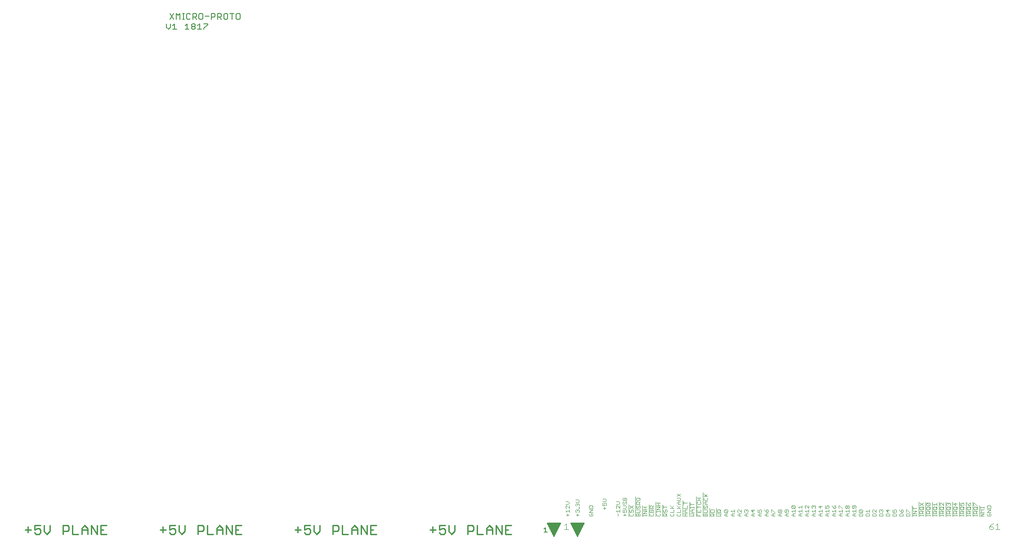
<source format=gto>
G75*
G70*
%OFA0B0*%
%FSLAX24Y24*%
%IPPOS*%
%LPD*%
%AMOC8*
5,1,8,0,0,1.08239X$1,22.5*
%
%ADD10C,0.0110*%
%ADD11C,0.0080*%
%ADD12C,0.0040*%
%ADD13C,0.0050*%
D10*
X004452Y003888D02*
X004452Y004322D01*
X004235Y004105D02*
X004669Y004105D01*
X004935Y004105D02*
X004935Y004431D01*
X005369Y004431D01*
X005260Y004214D02*
X005369Y004105D01*
X005369Y003888D01*
X005260Y003780D01*
X005043Y003780D01*
X004935Y003888D01*
X004935Y004105D02*
X005152Y004214D01*
X005260Y004214D01*
X005635Y004431D02*
X005635Y003997D01*
X005851Y003780D01*
X006068Y003997D01*
X006068Y004431D01*
X007034Y004431D02*
X007359Y004431D01*
X007468Y004322D01*
X007468Y004105D01*
X007359Y003997D01*
X007034Y003997D01*
X007034Y003780D02*
X007034Y004431D01*
X007734Y004431D02*
X007734Y003780D01*
X008168Y003780D01*
X008434Y003780D02*
X008434Y004214D01*
X008651Y004431D01*
X008867Y004214D01*
X008867Y003780D01*
X009134Y003780D02*
X009134Y004431D01*
X009567Y003780D01*
X009567Y004431D01*
X009833Y004431D02*
X009833Y003780D01*
X010267Y003780D01*
X010050Y004105D02*
X009833Y004105D01*
X009833Y004431D02*
X010267Y004431D01*
X008867Y004105D02*
X008434Y004105D01*
X014235Y004105D02*
X014669Y004105D01*
X014935Y004105D02*
X015152Y004214D01*
X015260Y004214D01*
X015369Y004105D01*
X015369Y003888D01*
X015260Y003780D01*
X015043Y003780D01*
X014935Y003888D01*
X014935Y004105D02*
X014935Y004431D01*
X015369Y004431D01*
X015635Y004431D02*
X015635Y003997D01*
X015851Y003780D01*
X016068Y003997D01*
X016068Y004431D01*
X017034Y004431D02*
X017034Y003780D01*
X017034Y003997D02*
X017359Y003997D01*
X017468Y004105D01*
X017468Y004322D01*
X017359Y004431D01*
X017034Y004431D01*
X017734Y004431D02*
X017734Y003780D01*
X018168Y003780D01*
X018434Y003780D02*
X018434Y004214D01*
X018651Y004431D01*
X018867Y004214D01*
X018867Y003780D01*
X019134Y003780D02*
X019134Y004431D01*
X019567Y003780D01*
X019567Y004431D01*
X019833Y004431D02*
X019833Y003780D01*
X020267Y003780D01*
X020050Y004105D02*
X019833Y004105D01*
X019833Y004431D02*
X020267Y004431D01*
X018867Y004105D02*
X018434Y004105D01*
X014452Y004322D02*
X014452Y003888D01*
X024235Y004105D02*
X024669Y004105D01*
X024935Y004105D02*
X024935Y004431D01*
X025369Y004431D01*
X025260Y004214D02*
X025369Y004105D01*
X025369Y003888D01*
X025260Y003780D01*
X025043Y003780D01*
X024935Y003888D01*
X024935Y004105D02*
X025152Y004214D01*
X025260Y004214D01*
X025635Y004431D02*
X025635Y003997D01*
X025851Y003780D01*
X026068Y003997D01*
X026068Y004431D01*
X027034Y004431D02*
X027359Y004431D01*
X027468Y004322D01*
X027468Y004105D01*
X027359Y003997D01*
X027034Y003997D01*
X027034Y003780D02*
X027034Y004431D01*
X027734Y004431D02*
X027734Y003780D01*
X028168Y003780D01*
X028434Y003780D02*
X028434Y004214D01*
X028651Y004431D01*
X028867Y004214D01*
X028867Y003780D01*
X029134Y003780D02*
X029134Y004431D01*
X029567Y003780D01*
X029567Y004431D01*
X029833Y004431D02*
X029833Y003780D01*
X030267Y003780D01*
X030050Y004105D02*
X029833Y004105D01*
X029833Y004431D02*
X030267Y004431D01*
X028867Y004105D02*
X028434Y004105D01*
X024452Y004322D02*
X024452Y003888D01*
X034235Y004105D02*
X034669Y004105D01*
X034935Y004105D02*
X035152Y004214D01*
X035260Y004214D01*
X035369Y004105D01*
X035369Y003888D01*
X035260Y003780D01*
X035043Y003780D01*
X034935Y003888D01*
X034935Y004105D02*
X034935Y004431D01*
X035369Y004431D01*
X035635Y004431D02*
X035635Y003997D01*
X035851Y003780D01*
X036068Y003997D01*
X036068Y004431D01*
X037034Y004431D02*
X037034Y003780D01*
X037034Y003997D02*
X037359Y003997D01*
X037468Y004105D01*
X037468Y004322D01*
X037359Y004431D01*
X037034Y004431D01*
X037734Y004431D02*
X037734Y003780D01*
X038168Y003780D01*
X038434Y003780D02*
X038434Y004214D01*
X038651Y004431D01*
X038867Y004214D01*
X038867Y003780D01*
X039134Y003780D02*
X039134Y004431D01*
X039567Y003780D01*
X039567Y004431D01*
X039833Y004431D02*
X039833Y003780D01*
X040267Y003780D01*
X040050Y004105D02*
X039833Y004105D01*
X039833Y004431D02*
X040267Y004431D01*
X038867Y004105D02*
X038434Y004105D01*
X034452Y004322D02*
X034452Y003888D01*
D11*
X017482Y041265D02*
X017482Y041335D01*
X017763Y041615D01*
X017763Y041685D01*
X017482Y041685D01*
X017162Y041685D02*
X017162Y041265D01*
X017022Y041265D02*
X017302Y041265D01*
X017022Y041545D02*
X017162Y041685D01*
X016842Y041615D02*
X016842Y041545D01*
X016772Y041475D01*
X016632Y041475D01*
X016562Y041545D01*
X016562Y041615D01*
X016632Y041685D01*
X016772Y041685D01*
X016842Y041615D01*
X016772Y041475D02*
X016842Y041405D01*
X016842Y041335D01*
X016772Y041265D01*
X016632Y041265D01*
X016562Y041335D01*
X016562Y041405D01*
X016632Y041475D01*
X016381Y041265D02*
X016101Y041265D01*
X016241Y041265D02*
X016241Y041685D01*
X016101Y041545D01*
X015461Y041265D02*
X015180Y041265D01*
X015321Y041265D02*
X015321Y041685D01*
X015180Y041545D01*
X015000Y041405D02*
X015000Y041685D01*
X015000Y041405D02*
X014860Y041265D01*
X014720Y041405D01*
X014720Y041685D01*
X014970Y042015D02*
X015250Y042435D01*
X015430Y042435D02*
X015571Y042295D01*
X015711Y042435D01*
X015711Y042015D01*
X015891Y042015D02*
X016031Y042015D01*
X015961Y042015D02*
X015961Y042435D01*
X015891Y042435D02*
X016031Y042435D01*
X016198Y042365D02*
X016198Y042085D01*
X016268Y042015D01*
X016408Y042015D01*
X016478Y042085D01*
X016658Y042015D02*
X016658Y042435D01*
X016868Y042435D01*
X016938Y042365D01*
X016938Y042225D01*
X016868Y042155D01*
X016658Y042155D01*
X016798Y042155D02*
X016938Y042015D01*
X017118Y042085D02*
X017189Y042015D01*
X017329Y042015D01*
X017399Y042085D01*
X017399Y042365D01*
X017329Y042435D01*
X017189Y042435D01*
X017118Y042365D01*
X017118Y042085D01*
X017579Y042225D02*
X017859Y042225D01*
X018039Y042155D02*
X018249Y042155D01*
X018320Y042225D01*
X018320Y042365D01*
X018249Y042435D01*
X018039Y042435D01*
X018039Y042015D01*
X018500Y042015D02*
X018500Y042435D01*
X018710Y042435D01*
X018780Y042365D01*
X018780Y042225D01*
X018710Y042155D01*
X018500Y042155D01*
X018640Y042155D02*
X018780Y042015D01*
X018960Y042085D02*
X019030Y042015D01*
X019170Y042015D01*
X019240Y042085D01*
X019240Y042365D01*
X019170Y042435D01*
X019030Y042435D01*
X018960Y042365D01*
X018960Y042085D01*
X019420Y042435D02*
X019701Y042435D01*
X019561Y042435D02*
X019561Y042015D01*
X019881Y042085D02*
X019951Y042015D01*
X020091Y042015D01*
X020161Y042085D01*
X020161Y042365D01*
X020091Y042435D01*
X019951Y042435D01*
X019881Y042365D01*
X019881Y042085D01*
X016478Y042365D02*
X016408Y042435D01*
X016268Y042435D01*
X016198Y042365D01*
X015430Y042435D02*
X015430Y042015D01*
X015250Y042015D02*
X014970Y042435D01*
D12*
X049460Y006573D02*
X049460Y005100D01*
X049540Y005120D02*
X049540Y005260D01*
X049586Y005307D01*
X049633Y005307D01*
X049680Y005260D01*
X049680Y005120D01*
X049820Y005120D02*
X049820Y005260D01*
X049773Y005307D01*
X049727Y005307D01*
X049680Y005260D01*
X049773Y005415D02*
X049820Y005461D01*
X049820Y005555D01*
X049773Y005601D01*
X049540Y005601D01*
X049586Y005709D02*
X049633Y005709D01*
X049680Y005756D01*
X049680Y005849D01*
X049727Y005896D01*
X049773Y005896D01*
X049820Y005849D01*
X049820Y005756D01*
X049773Y005709D01*
X049586Y005709D02*
X049540Y005756D01*
X049540Y005849D01*
X049586Y005896D01*
X049540Y006004D02*
X049540Y006144D01*
X049586Y006191D01*
X049680Y006191D01*
X049727Y006144D01*
X049727Y006004D01*
X049820Y006004D02*
X049540Y006004D01*
X049727Y006097D02*
X049820Y006191D01*
X049773Y006299D02*
X049820Y006345D01*
X049820Y006439D01*
X049773Y006485D01*
X049586Y006485D01*
X049540Y006439D01*
X049540Y006345D01*
X049586Y006299D01*
X049773Y006299D01*
X049727Y006392D02*
X049820Y006485D01*
X049960Y005886D02*
X049960Y005100D01*
X050040Y005120D02*
X050040Y005213D01*
X050040Y005167D02*
X050320Y005167D01*
X050320Y005213D02*
X050320Y005120D01*
X050460Y005100D02*
X050460Y005984D01*
X050586Y005896D02*
X050680Y005896D01*
X050727Y005849D01*
X050727Y005709D01*
X050820Y005709D02*
X050540Y005709D01*
X050540Y005849D01*
X050586Y005896D01*
X050727Y005803D02*
X050820Y005896D01*
X051040Y005906D02*
X051320Y005906D01*
X051320Y005798D02*
X051040Y005798D01*
X051180Y005906D02*
X051180Y006093D01*
X051040Y006093D02*
X051320Y006093D01*
X051460Y005984D02*
X051460Y005100D01*
X051540Y005120D02*
X051540Y005260D01*
X051586Y005307D01*
X051680Y005307D01*
X051727Y005260D01*
X051727Y005120D01*
X051820Y005120D02*
X051540Y005120D01*
X051727Y005213D02*
X051820Y005307D01*
X051773Y005415D02*
X051820Y005461D01*
X051820Y005555D01*
X051773Y005601D01*
X051727Y005601D01*
X051680Y005555D01*
X051680Y005461D01*
X051633Y005415D01*
X051586Y005415D01*
X051540Y005461D01*
X051540Y005555D01*
X051586Y005601D01*
X051540Y005709D02*
X051540Y005896D01*
X051540Y005803D02*
X051820Y005803D01*
X052040Y005896D02*
X052227Y005709D01*
X052180Y005756D02*
X052320Y005896D01*
X052320Y005709D02*
X052040Y005709D01*
X052040Y005415D02*
X052320Y005415D01*
X052320Y005601D01*
X052540Y005709D02*
X052820Y005709D01*
X052727Y005709D02*
X052540Y005896D01*
X052633Y006004D02*
X052540Y006097D01*
X052633Y006191D01*
X052820Y006191D01*
X052773Y006299D02*
X052820Y006345D01*
X052820Y006439D01*
X052773Y006485D01*
X052540Y006485D01*
X052540Y006593D02*
X052820Y006780D01*
X052820Y006593D02*
X052540Y006780D01*
X052540Y006299D02*
X052773Y006299D01*
X052680Y006191D02*
X052680Y006004D01*
X052633Y006004D02*
X052820Y006004D01*
X052820Y005896D02*
X052680Y005756D01*
X052820Y005601D02*
X052820Y005415D01*
X052540Y005415D01*
X052586Y005307D02*
X052540Y005260D01*
X052540Y005167D01*
X052586Y005120D01*
X052773Y005120D01*
X052820Y005167D01*
X052820Y005260D01*
X052773Y005307D01*
X053040Y005307D02*
X053320Y005307D01*
X053320Y005415D02*
X053133Y005415D01*
X053040Y005508D01*
X053133Y005601D01*
X053320Y005601D01*
X053320Y005709D02*
X053320Y005896D01*
X053320Y005709D02*
X053040Y005709D01*
X053180Y005601D02*
X053180Y005415D01*
X053180Y005307D02*
X053180Y005120D01*
X053320Y005120D02*
X053040Y005120D01*
X052960Y005100D02*
X052960Y006279D01*
X053040Y006191D02*
X053040Y006004D01*
X053040Y006097D02*
X053320Y006097D01*
X053460Y006180D02*
X053460Y005100D01*
X053540Y005120D02*
X053820Y005120D01*
X053727Y005213D01*
X053820Y005307D01*
X053540Y005307D01*
X053633Y005415D02*
X053540Y005508D01*
X053633Y005601D01*
X053820Y005601D01*
X053820Y005709D02*
X053820Y005803D01*
X053820Y005756D02*
X053540Y005756D01*
X053540Y005709D02*
X053540Y005803D01*
X053540Y005906D02*
X053540Y006093D01*
X053540Y005999D02*
X053820Y005999D01*
X054040Y006051D02*
X054040Y006144D01*
X054086Y006191D01*
X054040Y006299D02*
X054320Y006299D01*
X054273Y006191D02*
X054320Y006144D01*
X054320Y006051D01*
X054273Y006004D01*
X054086Y006004D01*
X054040Y006051D01*
X054040Y005896D02*
X054040Y005709D01*
X054040Y005803D02*
X054320Y005803D01*
X054320Y005601D02*
X054320Y005415D01*
X054040Y005415D01*
X054040Y005601D01*
X054180Y005508D02*
X054180Y005415D01*
X054040Y005307D02*
X054040Y005120D01*
X054320Y005120D01*
X054180Y005120D02*
X054180Y005213D01*
X053960Y005100D02*
X053960Y006573D01*
X054040Y006485D02*
X054320Y006485D01*
X054180Y006485D02*
X054180Y006299D01*
X054540Y006345D02*
X054586Y006299D01*
X054773Y006299D01*
X054820Y006345D01*
X054820Y006439D01*
X054773Y006485D01*
X054727Y006593D02*
X054540Y006780D01*
X054460Y006868D02*
X054460Y005100D01*
X054540Y005120D02*
X054540Y005260D01*
X054586Y005307D01*
X054633Y005307D01*
X054680Y005260D01*
X054680Y005120D01*
X054820Y005120D02*
X054820Y005260D01*
X054773Y005307D01*
X054727Y005307D01*
X054680Y005260D01*
X054773Y005415D02*
X054820Y005461D01*
X054820Y005555D01*
X054773Y005601D01*
X054540Y005601D01*
X054586Y005709D02*
X054633Y005709D01*
X054680Y005756D01*
X054680Y005849D01*
X054727Y005896D01*
X054773Y005896D01*
X054820Y005849D01*
X054820Y005756D01*
X054773Y005709D01*
X054586Y005709D02*
X054540Y005756D01*
X054540Y005849D01*
X054586Y005896D01*
X054633Y006004D02*
X054540Y006097D01*
X054633Y006191D01*
X054820Y006191D01*
X054680Y006191D02*
X054680Y006004D01*
X054633Y006004D02*
X054820Y006004D01*
X054960Y005689D02*
X054960Y005100D01*
X055040Y005120D02*
X055040Y005260D01*
X055086Y005307D01*
X055180Y005307D01*
X055227Y005260D01*
X055227Y005120D01*
X055320Y005120D02*
X055040Y005120D01*
X055227Y005213D02*
X055320Y005307D01*
X055320Y005415D02*
X055320Y005555D01*
X055273Y005601D01*
X055086Y005601D01*
X055040Y005555D01*
X055040Y005415D01*
X055320Y005415D01*
X055540Y005415D02*
X055540Y005555D01*
X055586Y005601D01*
X055680Y005601D01*
X055727Y005555D01*
X055727Y005415D01*
X055820Y005415D02*
X055540Y005415D01*
X055540Y005307D02*
X055820Y005307D01*
X055727Y005213D01*
X055820Y005120D01*
X055540Y005120D01*
X055460Y005100D02*
X055460Y005689D01*
X055727Y005508D02*
X055820Y005601D01*
X056040Y005555D02*
X056086Y005601D01*
X056273Y005415D01*
X056320Y005461D01*
X056320Y005555D01*
X056273Y005601D01*
X056086Y005601D01*
X056040Y005555D02*
X056040Y005461D01*
X056086Y005415D01*
X056273Y005415D01*
X056320Y005307D02*
X056133Y005307D01*
X056040Y005213D01*
X056133Y005120D01*
X056320Y005120D01*
X056180Y005120D02*
X056180Y005307D01*
X056540Y005213D02*
X056633Y005120D01*
X056820Y005120D01*
X056680Y005120D02*
X056680Y005307D01*
X056633Y005307D02*
X056820Y005307D01*
X056820Y005415D02*
X056820Y005601D01*
X056820Y005508D02*
X056540Y005508D01*
X056633Y005415D01*
X056633Y005307D02*
X056540Y005213D01*
X057040Y005213D02*
X057133Y005307D01*
X057320Y005307D01*
X057320Y005415D02*
X057133Y005601D01*
X057086Y005601D01*
X057040Y005555D01*
X057040Y005461D01*
X057086Y005415D01*
X057180Y005307D02*
X057180Y005120D01*
X057133Y005120D02*
X057040Y005213D01*
X057133Y005120D02*
X057320Y005120D01*
X057540Y005213D02*
X057633Y005120D01*
X057820Y005120D01*
X057680Y005120D02*
X057680Y005307D01*
X057633Y005307D02*
X057820Y005307D01*
X057773Y005415D02*
X057820Y005461D01*
X057820Y005555D01*
X057773Y005601D01*
X057727Y005601D01*
X057680Y005555D01*
X057680Y005508D01*
X057680Y005555D02*
X057633Y005601D01*
X057586Y005601D01*
X057540Y005555D01*
X057540Y005461D01*
X057586Y005415D01*
X057633Y005307D02*
X057540Y005213D01*
X057320Y005415D02*
X057320Y005601D01*
X058040Y005555D02*
X058180Y005415D01*
X058180Y005601D01*
X058320Y005555D02*
X058040Y005555D01*
X058133Y005307D02*
X058320Y005307D01*
X058180Y005307D02*
X058180Y005120D01*
X058133Y005120D02*
X058040Y005213D01*
X058133Y005307D01*
X058133Y005120D02*
X058320Y005120D01*
X058540Y005213D02*
X058633Y005120D01*
X058820Y005120D01*
X058680Y005120D02*
X058680Y005307D01*
X058633Y005307D02*
X058820Y005307D01*
X058773Y005415D02*
X058820Y005461D01*
X058820Y005555D01*
X058773Y005601D01*
X058680Y005601D01*
X058633Y005555D01*
X058633Y005508D01*
X058680Y005415D01*
X058540Y005415D01*
X058540Y005601D01*
X058633Y005307D02*
X058540Y005213D01*
X059040Y005213D02*
X059133Y005120D01*
X059320Y005120D01*
X059180Y005120D02*
X059180Y005307D01*
X059133Y005307D02*
X059320Y005307D01*
X059273Y005415D02*
X059320Y005461D01*
X059320Y005555D01*
X059273Y005601D01*
X059227Y005601D01*
X059180Y005555D01*
X059180Y005415D01*
X059273Y005415D01*
X059180Y005415D02*
X059086Y005508D01*
X059040Y005601D01*
X059133Y005307D02*
X059040Y005213D01*
X059540Y005213D02*
X059633Y005120D01*
X059820Y005120D01*
X059680Y005120D02*
X059680Y005307D01*
X059633Y005307D02*
X059820Y005307D01*
X059820Y005415D02*
X059773Y005415D01*
X059586Y005601D01*
X059540Y005601D01*
X059540Y005415D01*
X059633Y005307D02*
X059540Y005213D01*
X060040Y005213D02*
X060133Y005307D01*
X060320Y005307D01*
X060273Y005415D02*
X060227Y005415D01*
X060180Y005461D01*
X060180Y005555D01*
X060227Y005601D01*
X060273Y005601D01*
X060320Y005555D01*
X060320Y005461D01*
X060273Y005415D01*
X060180Y005461D02*
X060133Y005415D01*
X060086Y005415D01*
X060040Y005461D01*
X060040Y005555D01*
X060086Y005601D01*
X060133Y005601D01*
X060180Y005555D01*
X060180Y005307D02*
X060180Y005120D01*
X060133Y005120D02*
X060040Y005213D01*
X060133Y005120D02*
X060320Y005120D01*
X060540Y005213D02*
X060633Y005120D01*
X060820Y005120D01*
X060680Y005120D02*
X060680Y005307D01*
X060633Y005307D02*
X060820Y005307D01*
X060773Y005415D02*
X060820Y005461D01*
X060820Y005555D01*
X060773Y005601D01*
X060586Y005601D01*
X060540Y005555D01*
X060540Y005461D01*
X060586Y005415D01*
X060633Y005415D01*
X060680Y005461D01*
X060680Y005601D01*
X060633Y005307D02*
X060540Y005213D01*
X061040Y005213D02*
X061133Y005307D01*
X061320Y005307D01*
X061320Y005415D02*
X061320Y005601D01*
X061320Y005508D02*
X061040Y005508D01*
X061133Y005415D01*
X061180Y005307D02*
X061180Y005120D01*
X061133Y005120D02*
X061040Y005213D01*
X061133Y005120D02*
X061320Y005120D01*
X061540Y005213D02*
X061633Y005120D01*
X061820Y005120D01*
X061680Y005120D02*
X061680Y005307D01*
X061633Y005307D02*
X061820Y005307D01*
X061820Y005415D02*
X061820Y005601D01*
X061820Y005508D02*
X061540Y005508D01*
X061633Y005415D01*
X061633Y005307D02*
X061540Y005213D01*
X062040Y005213D02*
X062133Y005120D01*
X062320Y005120D01*
X062180Y005120D02*
X062180Y005307D01*
X062133Y005307D02*
X062320Y005307D01*
X062320Y005415D02*
X062320Y005601D01*
X062320Y005508D02*
X062040Y005508D01*
X062133Y005415D01*
X062133Y005307D02*
X062040Y005213D01*
X062086Y005709D02*
X062040Y005756D01*
X062040Y005849D01*
X062086Y005896D01*
X062133Y005896D01*
X062320Y005709D01*
X062320Y005896D01*
X062540Y005849D02*
X062586Y005896D01*
X062633Y005896D01*
X062680Y005849D01*
X062727Y005896D01*
X062773Y005896D01*
X062820Y005849D01*
X062820Y005756D01*
X062773Y005709D01*
X062820Y005601D02*
X062820Y005415D01*
X062820Y005508D02*
X062540Y005508D01*
X062633Y005415D01*
X062633Y005307D02*
X062820Y005307D01*
X062680Y005307D02*
X062680Y005120D01*
X062633Y005120D02*
X062540Y005213D01*
X062633Y005307D01*
X062633Y005120D02*
X062820Y005120D01*
X063040Y005213D02*
X063133Y005120D01*
X063320Y005120D01*
X063180Y005120D02*
X063180Y005307D01*
X063133Y005307D02*
X063320Y005307D01*
X063320Y005415D02*
X063320Y005601D01*
X063320Y005508D02*
X063040Y005508D01*
X063133Y005415D01*
X063133Y005307D02*
X063040Y005213D01*
X063540Y005213D02*
X063633Y005120D01*
X063820Y005120D01*
X063680Y005120D02*
X063680Y005307D01*
X063633Y005307D02*
X063820Y005307D01*
X063820Y005415D02*
X063820Y005601D01*
X063820Y005508D02*
X063540Y005508D01*
X063633Y005415D01*
X063633Y005307D02*
X063540Y005213D01*
X063540Y005709D02*
X063680Y005709D01*
X063633Y005803D01*
X063633Y005849D01*
X063680Y005896D01*
X063773Y005896D01*
X063820Y005849D01*
X063820Y005756D01*
X063773Y005709D01*
X063540Y005709D02*
X063540Y005896D01*
X063320Y005849D02*
X063040Y005849D01*
X063180Y005709D01*
X063180Y005896D01*
X062680Y005849D02*
X062680Y005803D01*
X062586Y005709D02*
X062540Y005756D01*
X062540Y005849D01*
X061820Y005803D02*
X061540Y005803D01*
X061633Y005709D01*
X061820Y005709D02*
X061820Y005896D01*
X061320Y005849D02*
X061320Y005756D01*
X061273Y005709D01*
X061086Y005896D01*
X061273Y005896D01*
X061320Y005849D01*
X061273Y005709D02*
X061086Y005709D01*
X061040Y005756D01*
X061040Y005849D01*
X061086Y005896D01*
X064040Y005896D02*
X064086Y005803D01*
X064180Y005709D01*
X064180Y005849D01*
X064227Y005896D01*
X064273Y005896D01*
X064320Y005849D01*
X064320Y005756D01*
X064273Y005709D01*
X064180Y005709D01*
X064320Y005601D02*
X064320Y005415D01*
X064320Y005508D02*
X064040Y005508D01*
X064133Y005415D01*
X064133Y005307D02*
X064320Y005307D01*
X064180Y005307D02*
X064180Y005120D01*
X064133Y005120D02*
X064040Y005213D01*
X064133Y005307D01*
X064133Y005120D02*
X064320Y005120D01*
X064540Y005213D02*
X064633Y005120D01*
X064820Y005120D01*
X064680Y005120D02*
X064680Y005307D01*
X064633Y005307D02*
X064820Y005307D01*
X064820Y005415D02*
X064820Y005601D01*
X064820Y005508D02*
X064540Y005508D01*
X064633Y005415D01*
X064633Y005307D02*
X064540Y005213D01*
X064540Y005709D02*
X064540Y005896D01*
X064586Y005896D01*
X064773Y005709D01*
X064820Y005709D01*
X065040Y005756D02*
X065040Y005849D01*
X065086Y005896D01*
X065133Y005896D01*
X065180Y005849D01*
X065180Y005756D01*
X065133Y005709D01*
X065086Y005709D01*
X065040Y005756D01*
X065180Y005756D02*
X065227Y005709D01*
X065273Y005709D01*
X065320Y005756D01*
X065320Y005849D01*
X065273Y005896D01*
X065227Y005896D01*
X065180Y005849D01*
X065320Y005601D02*
X065320Y005415D01*
X065320Y005508D02*
X065040Y005508D01*
X065133Y005415D01*
X065133Y005307D02*
X065320Y005307D01*
X065180Y005307D02*
X065180Y005120D01*
X065133Y005120D02*
X065040Y005213D01*
X065133Y005307D01*
X065133Y005120D02*
X065320Y005120D01*
X065540Y005213D02*
X065633Y005120D01*
X065820Y005120D01*
X065680Y005120D02*
X065680Y005307D01*
X065633Y005307D02*
X065820Y005307D01*
X065820Y005415D02*
X065820Y005601D01*
X065820Y005508D02*
X065540Y005508D01*
X065633Y005415D01*
X065633Y005307D02*
X065540Y005213D01*
X065586Y005709D02*
X065633Y005709D01*
X065680Y005756D01*
X065680Y005896D01*
X065773Y005896D02*
X065586Y005896D01*
X065540Y005849D01*
X065540Y005756D01*
X065586Y005709D01*
X065773Y005709D02*
X065820Y005756D01*
X065820Y005849D01*
X065773Y005896D01*
X066086Y005601D02*
X066273Y005415D01*
X066320Y005461D01*
X066320Y005555D01*
X066273Y005601D01*
X066086Y005601D01*
X066040Y005555D01*
X066040Y005461D01*
X066086Y005415D01*
X066273Y005415D01*
X066273Y005307D02*
X066086Y005307D01*
X066040Y005260D01*
X066040Y005120D01*
X066320Y005120D01*
X066320Y005260D01*
X066273Y005307D01*
X066540Y005260D02*
X066540Y005120D01*
X066820Y005120D01*
X066820Y005260D01*
X066773Y005307D01*
X066586Y005307D01*
X066540Y005260D01*
X066633Y005415D02*
X066540Y005508D01*
X066820Y005508D01*
X066820Y005415D02*
X066820Y005601D01*
X067040Y005555D02*
X067040Y005461D01*
X067086Y005415D01*
X067086Y005307D02*
X067040Y005260D01*
X067040Y005120D01*
X067320Y005120D01*
X067320Y005260D01*
X067273Y005307D01*
X067086Y005307D01*
X067040Y005555D02*
X067086Y005601D01*
X067133Y005601D01*
X067320Y005415D01*
X067320Y005601D01*
X067540Y005555D02*
X067586Y005601D01*
X067633Y005601D01*
X067680Y005555D01*
X067727Y005601D01*
X067773Y005601D01*
X067820Y005555D01*
X067820Y005461D01*
X067773Y005415D01*
X067773Y005307D02*
X067586Y005307D01*
X067540Y005260D01*
X067540Y005120D01*
X067820Y005120D01*
X067820Y005260D01*
X067773Y005307D01*
X067586Y005415D02*
X067540Y005461D01*
X067540Y005555D01*
X067680Y005555D02*
X067680Y005508D01*
X068040Y005555D02*
X068180Y005415D01*
X068180Y005601D01*
X068320Y005555D02*
X068040Y005555D01*
X068086Y005307D02*
X068040Y005260D01*
X068040Y005120D01*
X068320Y005120D01*
X068320Y005260D01*
X068273Y005307D01*
X068086Y005307D01*
X068540Y005260D02*
X068540Y005120D01*
X068820Y005120D01*
X068820Y005260D01*
X068773Y005307D01*
X068586Y005307D01*
X068540Y005260D01*
X068540Y005415D02*
X068680Y005415D01*
X068633Y005508D01*
X068633Y005555D01*
X068680Y005601D01*
X068773Y005601D01*
X068820Y005555D01*
X068820Y005461D01*
X068773Y005415D01*
X068540Y005415D02*
X068540Y005601D01*
X069040Y005601D02*
X069086Y005508D01*
X069180Y005415D01*
X069180Y005555D01*
X069227Y005601D01*
X069273Y005601D01*
X069320Y005555D01*
X069320Y005461D01*
X069273Y005415D01*
X069180Y005415D01*
X069273Y005307D02*
X069086Y005307D01*
X069040Y005260D01*
X069040Y005120D01*
X069320Y005120D01*
X069320Y005260D01*
X069273Y005307D01*
X069540Y005260D02*
X069540Y005120D01*
X069820Y005120D01*
X069820Y005260D01*
X069773Y005307D01*
X069586Y005307D01*
X069540Y005260D01*
X069540Y005415D02*
X069540Y005601D01*
X069586Y005601D01*
X069773Y005415D01*
X069820Y005415D01*
X070040Y005503D02*
X070320Y005503D01*
X070040Y005316D01*
X070320Y005316D01*
X070320Y005213D02*
X070320Y005120D01*
X070320Y005167D02*
X070040Y005167D01*
X070040Y005213D02*
X070040Y005120D01*
X069960Y005100D02*
X069960Y005886D01*
X070040Y005798D02*
X070040Y005611D01*
X070040Y005704D02*
X070320Y005704D01*
X070540Y005658D02*
X070540Y005751D01*
X070586Y005798D01*
X070773Y005798D01*
X070820Y005751D01*
X070820Y005658D01*
X070773Y005611D01*
X070586Y005611D01*
X070540Y005658D01*
X070586Y005503D02*
X070680Y005503D01*
X070727Y005457D01*
X070727Y005316D01*
X070820Y005316D02*
X070540Y005316D01*
X070540Y005457D01*
X070586Y005503D01*
X070727Y005410D02*
X070820Y005503D01*
X070727Y005704D02*
X070820Y005798D01*
X070820Y005906D02*
X070540Y006093D01*
X070460Y006180D02*
X070460Y005100D01*
X070540Y005120D02*
X070540Y005213D01*
X070540Y005167D02*
X070820Y005167D01*
X070820Y005213D02*
X070820Y005120D01*
X070960Y005100D02*
X070960Y006180D01*
X071086Y006093D02*
X071273Y005906D01*
X071320Y005952D01*
X071320Y006046D01*
X071273Y006093D01*
X071086Y006093D01*
X071040Y006046D01*
X071040Y005952D01*
X071086Y005906D01*
X071273Y005906D01*
X071273Y005798D02*
X071320Y005751D01*
X071320Y005658D01*
X071273Y005611D01*
X071086Y005611D01*
X071040Y005658D01*
X071040Y005751D01*
X071086Y005798D01*
X071273Y005798D01*
X071320Y005798D02*
X071227Y005704D01*
X071180Y005503D02*
X071227Y005457D01*
X071227Y005316D01*
X071320Y005316D02*
X071040Y005316D01*
X071040Y005457D01*
X071086Y005503D01*
X071180Y005503D01*
X071227Y005410D02*
X071320Y005503D01*
X071540Y005457D02*
X071586Y005503D01*
X071680Y005503D01*
X071727Y005457D01*
X071727Y005316D01*
X071820Y005316D02*
X071540Y005316D01*
X071540Y005457D01*
X071586Y005611D02*
X071540Y005658D01*
X071540Y005751D01*
X071586Y005798D01*
X071773Y005798D01*
X071820Y005751D01*
X071820Y005658D01*
X071773Y005611D01*
X071586Y005611D01*
X071727Y005704D02*
X071820Y005798D01*
X071820Y005906D02*
X071820Y006093D01*
X071820Y005999D02*
X071540Y005999D01*
X071633Y005906D01*
X071460Y006180D02*
X071460Y005100D01*
X071540Y005120D02*
X071540Y005213D01*
X071540Y005167D02*
X071820Y005167D01*
X071820Y005213D02*
X071820Y005120D01*
X071960Y005100D02*
X071960Y006180D01*
X072086Y006093D02*
X072040Y006046D01*
X072040Y005952D01*
X072086Y005906D01*
X072086Y005798D02*
X072273Y005798D01*
X072320Y005751D01*
X072320Y005658D01*
X072273Y005611D01*
X072086Y005611D01*
X072040Y005658D01*
X072040Y005751D01*
X072086Y005798D01*
X072227Y005704D02*
X072320Y005798D01*
X072320Y005906D02*
X072133Y006093D01*
X072086Y006093D01*
X072320Y006093D02*
X072320Y005906D01*
X072540Y005952D02*
X072540Y006046D01*
X072586Y006093D01*
X072633Y006093D01*
X072680Y006046D01*
X072727Y006093D01*
X072773Y006093D01*
X072820Y006046D01*
X072820Y005952D01*
X072773Y005906D01*
X072773Y005798D02*
X072820Y005751D01*
X072820Y005658D01*
X072773Y005611D01*
X072586Y005611D01*
X072540Y005658D01*
X072540Y005751D01*
X072586Y005798D01*
X072773Y005798D01*
X072820Y005798D02*
X072727Y005704D01*
X072680Y005503D02*
X072727Y005457D01*
X072727Y005316D01*
X072820Y005316D02*
X072540Y005316D01*
X072540Y005457D01*
X072586Y005503D01*
X072680Y005503D01*
X072727Y005410D02*
X072820Y005503D01*
X073040Y005457D02*
X073086Y005503D01*
X073180Y005503D01*
X073227Y005457D01*
X073227Y005316D01*
X073320Y005316D02*
X073040Y005316D01*
X073040Y005457D01*
X073086Y005611D02*
X073040Y005658D01*
X073040Y005751D01*
X073086Y005798D01*
X073273Y005798D01*
X073320Y005751D01*
X073320Y005658D01*
X073273Y005611D01*
X073086Y005611D01*
X073227Y005704D02*
X073320Y005798D01*
X073180Y005906D02*
X073180Y006093D01*
X073320Y006046D02*
X073040Y006046D01*
X073180Y005906D01*
X072960Y006180D02*
X072960Y005100D01*
X073040Y005120D02*
X073040Y005213D01*
X073040Y005167D02*
X073320Y005167D01*
X073320Y005213D02*
X073320Y005120D01*
X073460Y005100D02*
X073460Y006180D01*
X073540Y006093D02*
X073540Y005906D01*
X073680Y005906D01*
X073633Y005999D01*
X073633Y006046D01*
X073680Y006093D01*
X073773Y006093D01*
X073820Y006046D01*
X073820Y005952D01*
X073773Y005906D01*
X073773Y005798D02*
X073820Y005751D01*
X073820Y005658D01*
X073773Y005611D01*
X073586Y005611D01*
X073540Y005658D01*
X073540Y005751D01*
X073586Y005798D01*
X073773Y005798D01*
X073820Y005798D02*
X073727Y005704D01*
X073680Y005503D02*
X073727Y005457D01*
X073727Y005316D01*
X073820Y005316D02*
X073540Y005316D01*
X073540Y005457D01*
X073586Y005503D01*
X073680Y005503D01*
X073727Y005410D02*
X073820Y005503D01*
X074040Y005457D02*
X074086Y005503D01*
X074180Y005503D01*
X074227Y005457D01*
X074227Y005316D01*
X074320Y005316D02*
X074040Y005316D01*
X074040Y005457D01*
X074086Y005611D02*
X074040Y005658D01*
X074040Y005751D01*
X074086Y005798D01*
X074273Y005798D01*
X074320Y005751D01*
X074320Y005658D01*
X074273Y005611D01*
X074086Y005611D01*
X074227Y005704D02*
X074320Y005798D01*
X074273Y005906D02*
X074320Y005952D01*
X074320Y006046D01*
X074273Y006093D01*
X074227Y006093D01*
X074180Y006046D01*
X074180Y005906D01*
X074273Y005906D01*
X074180Y005906D02*
X074086Y005999D01*
X074040Y006093D01*
X073960Y006180D02*
X073960Y005100D01*
X074040Y005120D02*
X074040Y005213D01*
X074040Y005167D02*
X074320Y005167D01*
X074320Y005213D02*
X074320Y005120D01*
X074460Y005100D02*
X074460Y006180D01*
X074540Y006093D02*
X074586Y006093D01*
X074773Y005906D01*
X074820Y005906D01*
X074820Y005798D02*
X074727Y005704D01*
X074773Y005611D02*
X074586Y005611D01*
X074540Y005658D01*
X074540Y005751D01*
X074586Y005798D01*
X074773Y005798D01*
X074820Y005751D01*
X074820Y005658D01*
X074773Y005611D01*
X074820Y005503D02*
X074727Y005410D01*
X074727Y005457D02*
X074727Y005316D01*
X074820Y005316D02*
X074540Y005316D01*
X074540Y005457D01*
X074586Y005503D01*
X074680Y005503D01*
X074727Y005457D01*
X074820Y005213D02*
X074820Y005120D01*
X074820Y005167D02*
X074540Y005167D01*
X074540Y005213D02*
X074540Y005120D01*
X074960Y005100D02*
X074960Y005886D01*
X075040Y005803D02*
X075040Y005709D01*
X075040Y005756D02*
X075320Y005756D01*
X075320Y005709D02*
X075320Y005803D01*
X075320Y005601D02*
X075040Y005601D01*
X075133Y005508D01*
X075040Y005415D01*
X075320Y005415D01*
X075320Y005307D02*
X075040Y005307D01*
X075040Y005120D02*
X075320Y005307D01*
X075320Y005120D02*
X075040Y005120D01*
X075540Y005167D02*
X075540Y005260D01*
X075586Y005307D01*
X075680Y005307D02*
X075680Y005213D01*
X075680Y005307D02*
X075773Y005307D01*
X075820Y005260D01*
X075820Y005167D01*
X075773Y005120D01*
X075586Y005120D01*
X075540Y005167D01*
X075540Y005415D02*
X075820Y005601D01*
X075540Y005601D01*
X075540Y005709D02*
X075540Y005849D01*
X075586Y005896D01*
X075773Y005896D01*
X075820Y005849D01*
X075820Y005709D01*
X075540Y005709D01*
X075540Y005415D02*
X075820Y005415D01*
X076007Y004580D02*
X075853Y004504D01*
X075700Y004350D01*
X075930Y004350D01*
X076007Y004273D01*
X076007Y004197D01*
X075930Y004120D01*
X075777Y004120D01*
X075700Y004197D01*
X075700Y004350D01*
X076160Y004427D02*
X076314Y004580D01*
X076314Y004120D01*
X076467Y004120D02*
X076160Y004120D01*
X074320Y005503D02*
X074227Y005410D01*
X073820Y005213D02*
X073820Y005120D01*
X073820Y005167D02*
X073540Y005167D01*
X073540Y005213D02*
X073540Y005120D01*
X073227Y005410D02*
X073320Y005503D01*
X072820Y005213D02*
X072820Y005120D01*
X072820Y005167D02*
X072540Y005167D01*
X072540Y005213D02*
X072540Y005120D01*
X072460Y005100D02*
X072460Y006180D01*
X072540Y005952D02*
X072586Y005906D01*
X072680Y005999D02*
X072680Y006046D01*
X072320Y005503D02*
X072227Y005410D01*
X072227Y005457D02*
X072227Y005316D01*
X072320Y005316D02*
X072040Y005316D01*
X072040Y005457D01*
X072086Y005503D01*
X072180Y005503D01*
X072227Y005457D01*
X072320Y005213D02*
X072320Y005120D01*
X072320Y005167D02*
X072040Y005167D01*
X072040Y005213D02*
X072040Y005120D01*
X071727Y005410D02*
X071820Y005503D01*
X071320Y005213D02*
X071320Y005120D01*
X071320Y005167D02*
X071040Y005167D01*
X071040Y005213D02*
X071040Y005120D01*
X070540Y005906D02*
X070820Y006093D01*
X074540Y006093D02*
X074540Y005906D01*
X054820Y006593D02*
X054540Y006593D01*
X054586Y006485D02*
X054540Y006439D01*
X054540Y006345D01*
X054680Y006640D02*
X054820Y006780D01*
X054773Y005415D02*
X054540Y005415D01*
X054540Y005120D02*
X054820Y005120D01*
X053820Y005415D02*
X053633Y005415D01*
X053680Y005415D02*
X053680Y005601D01*
X052320Y005260D02*
X052320Y005167D01*
X052273Y005120D01*
X052086Y005120D01*
X052040Y005167D01*
X052040Y005260D01*
X052086Y005307D01*
X052273Y005307D02*
X052320Y005260D01*
X051320Y005260D02*
X051320Y005167D01*
X051273Y005120D01*
X051086Y005120D01*
X051040Y005167D01*
X051040Y005260D01*
X051086Y005307D01*
X051040Y005415D02*
X051040Y005508D01*
X051040Y005461D02*
X051320Y005461D01*
X051320Y005415D02*
X051320Y005508D01*
X051320Y005611D02*
X051040Y005611D01*
X051320Y005798D01*
X051273Y005307D02*
X051320Y005260D01*
X050960Y005100D02*
X050960Y006180D01*
X050320Y005798D02*
X050040Y005798D01*
X050180Y005798D02*
X050180Y005611D01*
X050320Y005611D02*
X050040Y005611D01*
X050040Y005503D02*
X050320Y005503D01*
X050040Y005316D01*
X050320Y005316D01*
X050540Y005260D02*
X050540Y005167D01*
X050586Y005120D01*
X050773Y005120D01*
X050820Y005167D01*
X050820Y005260D01*
X050773Y005307D01*
X050820Y005415D02*
X050820Y005555D01*
X050773Y005601D01*
X050727Y005601D01*
X050680Y005555D01*
X050680Y005415D01*
X050680Y005555D02*
X050633Y005601D01*
X050586Y005601D01*
X050540Y005555D01*
X050540Y005415D01*
X050820Y005415D01*
X050586Y005307D02*
X050540Y005260D01*
X049820Y005120D02*
X049540Y005120D01*
X049320Y005167D02*
X049320Y005260D01*
X049273Y005307D01*
X049273Y005415D02*
X049320Y005461D01*
X049320Y005555D01*
X049273Y005601D01*
X049227Y005601D01*
X049180Y005555D01*
X049180Y005461D01*
X049133Y005415D01*
X049086Y005415D01*
X049040Y005461D01*
X049040Y005555D01*
X049086Y005601D01*
X049040Y005709D02*
X049320Y005896D01*
X049320Y005709D02*
X049040Y005896D01*
X048960Y005984D02*
X048960Y005100D01*
X049040Y005167D02*
X049040Y005260D01*
X049086Y005307D01*
X049040Y005167D02*
X049086Y005120D01*
X049273Y005120D01*
X049320Y005167D01*
X049540Y005415D02*
X049773Y005415D01*
X048820Y005461D02*
X048773Y005415D01*
X048820Y005461D02*
X048820Y005555D01*
X048773Y005601D01*
X048680Y005601D01*
X048633Y005555D01*
X048633Y005508D01*
X048680Y005415D01*
X048540Y005415D01*
X048540Y005601D01*
X048540Y005709D02*
X048727Y005709D01*
X048820Y005803D01*
X048727Y005896D01*
X048540Y005896D01*
X048586Y006004D02*
X048633Y006004D01*
X048680Y006051D01*
X048680Y006144D01*
X048727Y006191D01*
X048773Y006191D01*
X048820Y006144D01*
X048820Y006051D01*
X048773Y006004D01*
X048586Y006004D02*
X048540Y006051D01*
X048540Y006144D01*
X048586Y006191D01*
X048540Y006299D02*
X048540Y006439D01*
X048586Y006485D01*
X048633Y006485D01*
X048680Y006439D01*
X048680Y006299D01*
X048680Y006439D02*
X048727Y006485D01*
X048773Y006485D01*
X048820Y006439D01*
X048820Y006299D01*
X048540Y006299D01*
X048320Y006097D02*
X048227Y006191D01*
X048040Y006191D01*
X048040Y006004D02*
X048227Y006004D01*
X048320Y006097D01*
X048320Y005896D02*
X048320Y005709D01*
X048133Y005896D01*
X048086Y005896D01*
X048040Y005849D01*
X048040Y005756D01*
X048086Y005709D01*
X048040Y005508D02*
X048320Y005508D01*
X048320Y005415D02*
X048320Y005601D01*
X048133Y005415D02*
X048040Y005508D01*
X048180Y005307D02*
X048180Y005120D01*
X048586Y005213D02*
X048773Y005213D01*
X048680Y005120D02*
X048680Y005307D01*
X047273Y005713D02*
X047086Y005713D01*
X047180Y005620D02*
X047180Y005807D01*
X047180Y005915D02*
X047133Y006008D01*
X047133Y006055D01*
X047180Y006101D01*
X047273Y006101D01*
X047320Y006055D01*
X047320Y005961D01*
X047273Y005915D01*
X047180Y005915D02*
X047040Y005915D01*
X047040Y006101D01*
X047040Y006209D02*
X047227Y006209D01*
X047320Y006303D01*
X047227Y006396D01*
X047040Y006396D01*
X046320Y005849D02*
X046273Y005896D01*
X046086Y005896D01*
X046040Y005849D01*
X046040Y005709D01*
X046320Y005709D01*
X046320Y005849D01*
X046320Y005601D02*
X046040Y005601D01*
X046040Y005415D02*
X046320Y005601D01*
X046320Y005415D02*
X046040Y005415D01*
X046086Y005307D02*
X046040Y005260D01*
X046040Y005167D01*
X046086Y005120D01*
X046273Y005120D01*
X046320Y005167D01*
X046320Y005260D01*
X046273Y005307D01*
X046180Y005307D01*
X046180Y005213D01*
X045320Y005461D02*
X045273Y005415D01*
X045320Y005461D02*
X045320Y005555D01*
X045273Y005601D01*
X045227Y005601D01*
X045180Y005555D01*
X045180Y005508D01*
X045180Y005555D02*
X045133Y005601D01*
X045086Y005601D01*
X045040Y005555D01*
X045040Y005461D01*
X045086Y005415D01*
X045180Y005307D02*
X045180Y005120D01*
X045273Y005213D02*
X045086Y005213D01*
X045273Y005709D02*
X045273Y005756D01*
X045320Y005756D01*
X045320Y005709D01*
X045273Y005709D01*
X045273Y005857D02*
X045320Y005903D01*
X045320Y005997D01*
X045273Y006043D01*
X045227Y006043D01*
X045180Y005997D01*
X045180Y005950D01*
X045180Y005997D02*
X045133Y006043D01*
X045086Y006043D01*
X045040Y005997D01*
X045040Y005903D01*
X045086Y005857D01*
X045040Y006151D02*
X045227Y006151D01*
X045320Y006245D01*
X045227Y006338D01*
X045040Y006338D01*
X044570Y006097D02*
X044477Y006004D01*
X044290Y006004D01*
X044336Y005896D02*
X044290Y005849D01*
X044290Y005756D01*
X044336Y005709D01*
X044336Y005896D02*
X044383Y005896D01*
X044570Y005709D01*
X044570Y005896D01*
X044570Y006097D02*
X044477Y006191D01*
X044290Y006191D01*
X044570Y005601D02*
X044570Y005415D01*
X044570Y005508D02*
X044290Y005508D01*
X044383Y005415D01*
X044430Y005307D02*
X044430Y005120D01*
X044523Y005213D02*
X044336Y005213D01*
X044353Y004580D02*
X044353Y004120D01*
X044200Y004120D02*
X044507Y004120D01*
X044200Y004427D02*
X044353Y004580D01*
D13*
X044680Y004600D02*
X045180Y003600D01*
X045680Y004600D01*
X044680Y004600D01*
X044702Y004555D02*
X045658Y004555D01*
X045633Y004507D02*
X044727Y004507D01*
X044751Y004458D02*
X045609Y004458D01*
X045585Y004410D02*
X044775Y004410D01*
X044799Y004361D02*
X045561Y004361D01*
X045536Y004313D02*
X044824Y004313D01*
X044848Y004264D02*
X045512Y004264D01*
X045488Y004216D02*
X044872Y004216D01*
X044896Y004167D02*
X045464Y004167D01*
X045439Y004119D02*
X044921Y004119D01*
X044945Y004070D02*
X045415Y004070D01*
X045391Y004022D02*
X044969Y004022D01*
X044993Y003973D02*
X045367Y003973D01*
X045342Y003925D02*
X045018Y003925D01*
X045042Y003876D02*
X045318Y003876D01*
X045294Y003828D02*
X045066Y003828D01*
X045090Y003779D02*
X045270Y003779D01*
X045245Y003731D02*
X045115Y003731D01*
X045139Y003682D02*
X045221Y003682D01*
X045197Y003634D02*
X045163Y003634D01*
X043786Y004313D02*
X043074Y004313D01*
X043049Y004361D02*
X043811Y004361D01*
X043835Y004410D02*
X043025Y004410D01*
X043001Y004458D02*
X043859Y004458D01*
X043883Y004507D02*
X042977Y004507D01*
X042952Y004555D02*
X043908Y004555D01*
X043930Y004600D02*
X042930Y004600D01*
X043430Y003600D01*
X043930Y004600D01*
X043762Y004264D02*
X043098Y004264D01*
X043122Y004216D02*
X043738Y004216D01*
X043714Y004167D02*
X043146Y004167D01*
X043171Y004119D02*
X043689Y004119D01*
X043665Y004070D02*
X043195Y004070D01*
X043219Y004022D02*
X043641Y004022D01*
X043617Y003973D02*
X043243Y003973D01*
X043268Y003925D02*
X043592Y003925D01*
X043568Y003876D02*
X043292Y003876D01*
X043316Y003828D02*
X043544Y003828D01*
X043520Y003779D02*
X043340Y003779D01*
X043365Y003731D02*
X043495Y003731D01*
X043471Y003682D02*
X043389Y003682D01*
X043413Y003634D02*
X043447Y003634D01*
X042939Y003925D02*
X042705Y003925D01*
X042822Y003925D02*
X042822Y004275D01*
X042705Y004159D01*
M02*

</source>
